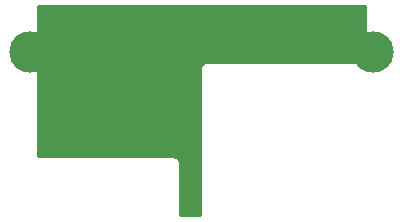
<source format=gtl>
G04 #@! TF.GenerationSoftware,KiCad,Pcbnew,(5.1.0)-1*
G04 #@! TF.CreationDate,2019-09-23T13:59:46-04:00*
G04 #@! TF.ProjectId,RGBMount,5247424d-6f75-46e7-942e-6b696361645f,rev?*
G04 #@! TF.SameCoordinates,Original*
G04 #@! TF.FileFunction,Copper,L1,Top*
G04 #@! TF.FilePolarity,Positive*
%FSLAX46Y46*%
G04 Gerber Fmt 4.6, Leading zero omitted, Abs format (unit mm)*
G04 Created by KiCad (PCBNEW (5.1.0)-1) date 2019-09-23 13:59:46*
%MOMM*%
%LPD*%
G04 APERTURE LIST*
%ADD10C,3.500000*%
%ADD11C,0.250000*%
%ADD12C,0.254000*%
G04 APERTURE END LIST*
D10*
X100000000Y-98500000D03*
X129000000Y-98500000D03*
D11*
X100500000Y-98000000D02*
X100350010Y-98149990D01*
X105000000Y-98000000D02*
X100500000Y-98000000D01*
X128500000Y-98000000D02*
X128649990Y-98149990D01*
X105000000Y-98000000D02*
X128500000Y-98000000D01*
D12*
G36*
X128340001Y-99340000D02*
G01*
X115032419Y-99340000D01*
X115000000Y-99336807D01*
X114967581Y-99340000D01*
X114870617Y-99349550D01*
X114746207Y-99387290D01*
X114631550Y-99448575D01*
X114531052Y-99531052D01*
X114448575Y-99631550D01*
X114387290Y-99746207D01*
X114349550Y-99870617D01*
X114336807Y-100000000D01*
X114340001Y-100032429D01*
X114340000Y-112340000D01*
X112660000Y-112340000D01*
X112660000Y-108032418D01*
X112663193Y-108000000D01*
X112650450Y-107870617D01*
X112612710Y-107746207D01*
X112551425Y-107631550D01*
X112468948Y-107531052D01*
X112368450Y-107448575D01*
X112253793Y-107387290D01*
X112129383Y-107349550D01*
X112032419Y-107340000D01*
X112000000Y-107336807D01*
X111967581Y-107340000D01*
X100660000Y-107340000D01*
X100660000Y-94660000D01*
X128340000Y-94660000D01*
X128340001Y-99340000D01*
X128340001Y-99340000D01*
G37*
X128340001Y-99340000D02*
X115032419Y-99340000D01*
X115000000Y-99336807D01*
X114967581Y-99340000D01*
X114870617Y-99349550D01*
X114746207Y-99387290D01*
X114631550Y-99448575D01*
X114531052Y-99531052D01*
X114448575Y-99631550D01*
X114387290Y-99746207D01*
X114349550Y-99870617D01*
X114336807Y-100000000D01*
X114340001Y-100032429D01*
X114340000Y-112340000D01*
X112660000Y-112340000D01*
X112660000Y-108032418D01*
X112663193Y-108000000D01*
X112650450Y-107870617D01*
X112612710Y-107746207D01*
X112551425Y-107631550D01*
X112468948Y-107531052D01*
X112368450Y-107448575D01*
X112253793Y-107387290D01*
X112129383Y-107349550D01*
X112032419Y-107340000D01*
X112000000Y-107336807D01*
X111967581Y-107340000D01*
X100660000Y-107340000D01*
X100660000Y-94660000D01*
X128340000Y-94660000D01*
X128340001Y-99340000D01*
M02*

</source>
